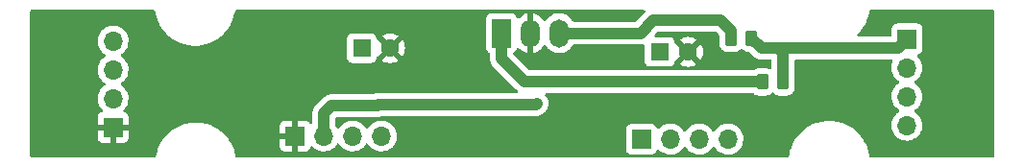
<source format=gbr>
%TF.GenerationSoftware,KiCad,Pcbnew,6.0.2+dfsg-1*%
%TF.CreationDate,2022-06-15T15:21:31+02:00*%
%TF.ProjectId,single_din_bottom,73696e67-6c65-45f6-9469-6e5f626f7474,rev?*%
%TF.SameCoordinates,Original*%
%TF.FileFunction,Copper,L2,Bot*%
%TF.FilePolarity,Positive*%
%FSLAX46Y46*%
G04 Gerber Fmt 4.6, Leading zero omitted, Abs format (unit mm)*
G04 Created by KiCad (PCBNEW 6.0.2+dfsg-1) date 2022-06-15 15:21:31*
%MOMM*%
%LPD*%
G01*
G04 APERTURE LIST*
G04 Aperture macros list*
%AMRoundRect*
0 Rectangle with rounded corners*
0 $1 Rounding radius*
0 $2 $3 $4 $5 $6 $7 $8 $9 X,Y pos of 4 corners*
0 Add a 4 corners polygon primitive as box body*
4,1,4,$2,$3,$4,$5,$6,$7,$8,$9,$2,$3,0*
0 Add four circle primitives for the rounded corners*
1,1,$1+$1,$2,$3*
1,1,$1+$1,$4,$5*
1,1,$1+$1,$6,$7*
1,1,$1+$1,$8,$9*
0 Add four rect primitives between the rounded corners*
20,1,$1+$1,$2,$3,$4,$5,0*
20,1,$1+$1,$4,$5,$6,$7,0*
20,1,$1+$1,$6,$7,$8,$9,0*
20,1,$1+$1,$8,$9,$2,$3,0*%
G04 Aperture macros list end*
%TA.AperFunction,ComponentPad*%
%ADD10O,1.700000X1.700000*%
%TD*%
%TA.AperFunction,ComponentPad*%
%ADD11R,1.700000X1.700000*%
%TD*%
%TA.AperFunction,SMDPad,CuDef*%
%ADD12RoundRect,0.249999X0.262501X0.450001X-0.262501X0.450001X-0.262501X-0.450001X0.262501X-0.450001X0*%
%TD*%
%TA.AperFunction,ComponentPad*%
%ADD13O,1.700000X2.500000*%
%TD*%
%TA.AperFunction,ComponentPad*%
%ADD14R,1.700000X2.500000*%
%TD*%
%TA.AperFunction,ComponentPad*%
%ADD15C,1.600000*%
%TD*%
%TA.AperFunction,ComponentPad*%
%ADD16R,1.600000X1.600000*%
%TD*%
%TA.AperFunction,ViaPad*%
%ADD17C,0.800000*%
%TD*%
%TA.AperFunction,Conductor*%
%ADD18C,1.000000*%
%TD*%
G04 APERTURE END LIST*
D10*
%TO.P,J2,4*%
%TO.N,/IO4*%
X107797600Y-176682400D03*
%TO.P,J2,3*%
%TO.N,/IO3*%
X107797600Y-174142400D03*
%TO.P,J2,2*%
%TO.N,/IO2*%
X107797600Y-171602400D03*
D11*
%TO.P,J2,1*%
%TO.N,/IO1*%
X107797600Y-169062400D03*
%TD*%
D10*
%TO.P,J1,4*%
%TO.N,/Vin*%
X37820600Y-169240200D03*
%TO.P,J1,3*%
%TO.N,Net-(J1-Pad3)*%
X37820600Y-171780200D03*
%TO.P,J1,2*%
%TO.N,Net-(J1-Pad2)*%
X37820600Y-174320200D03*
D11*
%TO.P,J1,1*%
%TO.N,GND*%
X37820600Y-176860200D03*
%TD*%
D10*
%TO.P,J4,4*%
%TO.N,/IO4*%
X92011500Y-177901600D03*
%TO.P,J4,3*%
%TO.N,/IO3*%
X89471500Y-177901600D03*
%TO.P,J4,2*%
%TO.N,/IO2*%
X86931500Y-177901600D03*
D11*
%TO.P,J4,1*%
%TO.N,/IO1*%
X84391500Y-177901600D03*
%TD*%
D12*
%TO.P,R2,2*%
%TO.N,/Vin*%
X95061400Y-172859700D03*
%TO.P,R2,1*%
%TO.N,/IO1*%
X96886400Y-172859700D03*
%TD*%
%TO.P,R1,2*%
%TO.N,/Vout*%
X92280100Y-169011600D03*
%TO.P,R1,1*%
%TO.N,/IO1*%
X94105100Y-169011600D03*
%TD*%
D13*
%TO.P,U1,3*%
%TO.N,/Vout*%
X77139800Y-168554400D03*
%TO.P,U1,2*%
%TO.N,GND*%
X74599800Y-168554400D03*
D14*
%TO.P,U1,1*%
%TO.N,/Vin*%
X72059800Y-168554400D03*
%TD*%
D10*
%TO.P,J3,4*%
%TO.N,Net-(J1-Pad2)*%
X61480700Y-177622200D03*
%TO.P,J3,3*%
%TO.N,Net-(J1-Pad3)*%
X58940700Y-177622200D03*
%TO.P,J3,2*%
%TO.N,/Vout*%
X56400700Y-177622200D03*
D11*
%TO.P,J3,1*%
%TO.N,GND*%
X53860700Y-177622200D03*
%TD*%
D15*
%TO.P,C2,2*%
%TO.N,GND*%
X88504400Y-170205400D03*
D16*
%TO.P,C2,1*%
%TO.N,/Vout*%
X86004400Y-170205400D03*
%TD*%
D15*
%TO.P,C1,2*%
%TO.N,GND*%
X62240800Y-169875200D03*
D16*
%TO.P,C1,1*%
%TO.N,/Vin*%
X59740800Y-169875200D03*
%TD*%
D17*
%TO.N,GND*%
X112344200Y-177546000D03*
X52311300Y-167500300D03*
%TO.N,/Vout*%
X75184000Y-174752000D03*
%TD*%
D18*
%TO.N,/Vin*%
X72059800Y-170804400D02*
X72059800Y-168554400D01*
X74115100Y-172859700D02*
X72059800Y-170804400D01*
X95061400Y-172859700D02*
X74115100Y-172859700D01*
%TO.N,/Vout*%
X56400700Y-177622200D02*
X56400700Y-175641000D01*
X56400700Y-175641000D02*
X57099200Y-174942500D01*
X61095002Y-174942500D02*
X61183902Y-174853600D01*
X57099200Y-174942500D02*
X61095002Y-174942500D01*
X75082400Y-174853600D02*
X75184000Y-174752000D01*
X61183902Y-174853600D02*
X75082400Y-174853600D01*
X92280100Y-168315000D02*
X92280100Y-169011600D01*
X91389200Y-167424100D02*
X92280100Y-168315000D01*
X85420200Y-167424100D02*
X91389200Y-167424100D01*
X84289900Y-168554400D02*
X85420200Y-167424100D01*
X77139800Y-168554400D02*
X84289900Y-168554400D01*
%TO.N,/IO1*%
X94960152Y-169866652D02*
X94105100Y-169011600D01*
X107797600Y-169062400D02*
X106993348Y-169866652D01*
X96886400Y-170326104D02*
X96426948Y-169866652D01*
X96886400Y-172859700D02*
X96886400Y-170326104D01*
X96426948Y-169866652D02*
X94960152Y-169866652D01*
X106993348Y-169866652D02*
X96426948Y-169866652D01*
%TD*%
%TA.AperFunction,Conductor*%
%TO.N,GND*%
G36*
X41468851Y-166528002D02*
G01*
X41515344Y-166581658D01*
X41525795Y-166618676D01*
X41533247Y-166679492D01*
X41538069Y-166718851D01*
X41538795Y-166722016D01*
X41538796Y-166722023D01*
X41568287Y-166850633D01*
X41620433Y-167078043D01*
X41739464Y-167426805D01*
X41893887Y-167761405D01*
X41895548Y-167764201D01*
X41895549Y-167764204D01*
X41944225Y-167846171D01*
X42082051Y-168078261D01*
X42301941Y-168373983D01*
X42304152Y-168376390D01*
X42304154Y-168376393D01*
X42529188Y-168621433D01*
X42551205Y-168645407D01*
X42592335Y-168681805D01*
X42791144Y-168857741D01*
X42827175Y-168889627D01*
X43126898Y-169104032D01*
X43447167Y-169286326D01*
X43450160Y-169287641D01*
X43781567Y-169433247D01*
X43781573Y-169433249D01*
X43784554Y-169434559D01*
X44135450Y-169547144D01*
X44138639Y-169547814D01*
X44138644Y-169547815D01*
X44492916Y-169622209D01*
X44492923Y-169622210D01*
X44496099Y-169622877D01*
X44862643Y-169660947D01*
X45231157Y-169660947D01*
X45597701Y-169622877D01*
X45600877Y-169622210D01*
X45600884Y-169622209D01*
X45955156Y-169547815D01*
X45955161Y-169547814D01*
X45958350Y-169547144D01*
X46309246Y-169434559D01*
X46312227Y-169433249D01*
X46312233Y-169433247D01*
X46643640Y-169287641D01*
X46646633Y-169286326D01*
X46966902Y-169104032D01*
X47266625Y-168889627D01*
X47302657Y-168857741D01*
X47501465Y-168681805D01*
X47542595Y-168645407D01*
X47564612Y-168621433D01*
X47789646Y-168376393D01*
X47789648Y-168376390D01*
X47791859Y-168373983D01*
X48011749Y-168078261D01*
X48149575Y-167846171D01*
X48198251Y-167764204D01*
X48198252Y-167764201D01*
X48199913Y-167761405D01*
X48354336Y-167426805D01*
X48473367Y-167078043D01*
X48525513Y-166850633D01*
X48555004Y-166722023D01*
X48555005Y-166722016D01*
X48555731Y-166718851D01*
X48567797Y-166620376D01*
X48595934Y-166555194D01*
X48654845Y-166515572D01*
X48692861Y-166509700D01*
X84599969Y-166509700D01*
X84668090Y-166529702D01*
X84714583Y-166583358D01*
X84724687Y-166653632D01*
X84697053Y-166716016D01*
X84676902Y-166740374D01*
X84668913Y-166749153D01*
X83909071Y-167508995D01*
X83846759Y-167543021D01*
X83819976Y-167545900D01*
X78434920Y-167545900D01*
X78366799Y-167525898D01*
X78330400Y-167490267D01*
X78254835Y-167378027D01*
X78202359Y-167300081D01*
X78160562Y-167256266D01*
X78118503Y-167212178D01*
X78043224Y-167133265D01*
X77858258Y-166995646D01*
X77853507Y-166993230D01*
X77853503Y-166993228D01*
X77755504Y-166943403D01*
X77652749Y-166891160D01*
X77647655Y-166889578D01*
X77647652Y-166889577D01*
X77437671Y-166824376D01*
X77432573Y-166822793D01*
X77427284Y-166822092D01*
X77209311Y-166793202D01*
X77209306Y-166793202D01*
X77204026Y-166792502D01*
X77198697Y-166792702D01*
X77198695Y-166792702D01*
X77103684Y-166796269D01*
X76973642Y-166801151D01*
X76748009Y-166848493D01*
X76743050Y-166850451D01*
X76743048Y-166850452D01*
X76538544Y-166931215D01*
X76538542Y-166931216D01*
X76533579Y-166933176D01*
X76529020Y-166935943D01*
X76529017Y-166935944D01*
X76433913Y-166993655D01*
X76336483Y-167052777D01*
X76332453Y-167056274D01*
X76177838Y-167190442D01*
X76162355Y-167203877D01*
X76128284Y-167245430D01*
X76019560Y-167378027D01*
X76019556Y-167378033D01*
X76016176Y-167382155D01*
X75989071Y-167429773D01*
X75979647Y-167446328D01*
X75928565Y-167495634D01*
X75858935Y-167509496D01*
X75792864Y-167483513D01*
X75765625Y-167454363D01*
X75664950Y-167304825D01*
X75658281Y-167296530D01*
X75506572Y-167137500D01*
X75498614Y-167130459D01*
X75322275Y-166999259D01*
X75313238Y-166993655D01*
X75117316Y-166894043D01*
X75107465Y-166890043D01*
X74897560Y-166824866D01*
X74887176Y-166822583D01*
X74871757Y-166820539D01*
X74857593Y-166822735D01*
X74853800Y-166835922D01*
X74853800Y-170270592D01*
X74857773Y-170284123D01*
X74868380Y-170285648D01*
X74986221Y-170260923D01*
X74996417Y-170257863D01*
X75200829Y-170177137D01*
X75210361Y-170172406D01*
X75398262Y-170058384D01*
X75406852Y-170052120D01*
X75572852Y-169908073D01*
X75580272Y-169900442D01*
X75719626Y-169730489D01*
X75725650Y-169721722D01*
X75759365Y-169662494D01*
X75810447Y-169613188D01*
X75880077Y-169599326D01*
X75946148Y-169625309D01*
X75973387Y-169654459D01*
X76077241Y-169808719D01*
X76080920Y-169812576D01*
X76080922Y-169812578D01*
X76119175Y-169852677D01*
X76236376Y-169975535D01*
X76421342Y-170113154D01*
X76426093Y-170115570D01*
X76426097Y-170115572D01*
X76505651Y-170156019D01*
X76626851Y-170217640D01*
X76631945Y-170219222D01*
X76631948Y-170219223D01*
X76790584Y-170268481D01*
X76847027Y-170286007D01*
X76852316Y-170286708D01*
X77070289Y-170315598D01*
X77070294Y-170315598D01*
X77075574Y-170316298D01*
X77080903Y-170316098D01*
X77080905Y-170316098D01*
X77190766Y-170311973D01*
X77305958Y-170307649D01*
X77531591Y-170260307D01*
X77536550Y-170258349D01*
X77536552Y-170258348D01*
X77741056Y-170177585D01*
X77741058Y-170177584D01*
X77746021Y-170175624D01*
X77751325Y-170172406D01*
X77938557Y-170058790D01*
X77938556Y-170058790D01*
X77943117Y-170056023D01*
X77958474Y-170042697D01*
X78113212Y-169908423D01*
X78113214Y-169908421D01*
X78117245Y-169904923D01*
X78175908Y-169833378D01*
X78260040Y-169730773D01*
X78260044Y-169730767D01*
X78263424Y-169726645D01*
X78320391Y-169626568D01*
X78371473Y-169577262D01*
X78429893Y-169562900D01*
X84228057Y-169562900D01*
X84241664Y-169563637D01*
X84273162Y-169567059D01*
X84273167Y-169567059D01*
X84279288Y-169567724D01*
X84305538Y-169565427D01*
X84329288Y-169563350D01*
X84334114Y-169563021D01*
X84336586Y-169562900D01*
X84339669Y-169562900D01*
X84351638Y-169561726D01*
X84382406Y-169558710D01*
X84383719Y-169558588D01*
X84427984Y-169554715D01*
X84476313Y-169550487D01*
X84481432Y-169549000D01*
X84486733Y-169548480D01*
X84533485Y-169534365D01*
X84604478Y-169533825D01*
X84664494Y-169571754D01*
X84694478Y-169636109D01*
X84695900Y-169654988D01*
X84695900Y-171053534D01*
X84702655Y-171115716D01*
X84753785Y-171252105D01*
X84841139Y-171368661D01*
X84957695Y-171456015D01*
X85094084Y-171507145D01*
X85156266Y-171513900D01*
X86852534Y-171513900D01*
X86914716Y-171507145D01*
X87051105Y-171456015D01*
X87167661Y-171368661D01*
X87225519Y-171291462D01*
X87782893Y-171291462D01*
X87792189Y-171303477D01*
X87843394Y-171339331D01*
X87852889Y-171344814D01*
X88050347Y-171436890D01*
X88060639Y-171440636D01*
X88271088Y-171497025D01*
X88281881Y-171498928D01*
X88498925Y-171517917D01*
X88509875Y-171517917D01*
X88726919Y-171498928D01*
X88737712Y-171497025D01*
X88948161Y-171440636D01*
X88958453Y-171436890D01*
X89155911Y-171344814D01*
X89165406Y-171339331D01*
X89217448Y-171302891D01*
X89225824Y-171292412D01*
X89218756Y-171278966D01*
X88517212Y-170577422D01*
X88503268Y-170569808D01*
X88501435Y-170569939D01*
X88494820Y-170574190D01*
X87789323Y-171279687D01*
X87782893Y-171291462D01*
X87225519Y-171291462D01*
X87255015Y-171252105D01*
X87306145Y-171115716D01*
X87312900Y-171053534D01*
X87312900Y-171050215D01*
X87336553Y-170983290D01*
X87382556Y-170947596D01*
X87381541Y-170945666D01*
X87392400Y-170939958D01*
X87392645Y-170939768D01*
X87392803Y-170939747D01*
X87430834Y-170919756D01*
X88132378Y-170218212D01*
X88138756Y-170206532D01*
X88868808Y-170206532D01*
X88868939Y-170208365D01*
X88873190Y-170214980D01*
X89578687Y-170920477D01*
X89590462Y-170926907D01*
X89602477Y-170917611D01*
X89638331Y-170866406D01*
X89643814Y-170856911D01*
X89735890Y-170659453D01*
X89739636Y-170649161D01*
X89796025Y-170438712D01*
X89797928Y-170427919D01*
X89816917Y-170210875D01*
X89816917Y-170199925D01*
X89797928Y-169982881D01*
X89796025Y-169972088D01*
X89739636Y-169761639D01*
X89735890Y-169751347D01*
X89643814Y-169553889D01*
X89638331Y-169544394D01*
X89601891Y-169492352D01*
X89591412Y-169483976D01*
X89577966Y-169491044D01*
X88876422Y-170192588D01*
X88868808Y-170206532D01*
X88138756Y-170206532D01*
X88139992Y-170204268D01*
X88139861Y-170202435D01*
X88135610Y-170195820D01*
X87430113Y-169490323D01*
X87388371Y-169467529D01*
X87378371Y-169465353D01*
X87328173Y-169415147D01*
X87312949Y-169361586D01*
X87312900Y-169360681D01*
X87312900Y-169357266D01*
X87306145Y-169295084D01*
X87255015Y-169158695D01*
X87224807Y-169118388D01*
X87782976Y-169118388D01*
X87790044Y-169131834D01*
X88491588Y-169833378D01*
X88505532Y-169840992D01*
X88507365Y-169840861D01*
X88513980Y-169836610D01*
X89219477Y-169131113D01*
X89225907Y-169119338D01*
X89216611Y-169107323D01*
X89165406Y-169071469D01*
X89155911Y-169065986D01*
X88958453Y-168973910D01*
X88948161Y-168970164D01*
X88737712Y-168913775D01*
X88726919Y-168911872D01*
X88509875Y-168892883D01*
X88498925Y-168892883D01*
X88281881Y-168911872D01*
X88271088Y-168913775D01*
X88060639Y-168970164D01*
X88050347Y-168973910D01*
X87852889Y-169065986D01*
X87843394Y-169071469D01*
X87791352Y-169107909D01*
X87782976Y-169118388D01*
X87224807Y-169118388D01*
X87167661Y-169042139D01*
X87051105Y-168954785D01*
X86914716Y-168903655D01*
X86852534Y-168896900D01*
X85677826Y-168896900D01*
X85609705Y-168876898D01*
X85563212Y-168823242D01*
X85553108Y-168752968D01*
X85582602Y-168688388D01*
X85588730Y-168681805D01*
X85801029Y-168469505D01*
X85863341Y-168435480D01*
X85890125Y-168432600D01*
X90919275Y-168432600D01*
X90987396Y-168452602D01*
X91008370Y-168469505D01*
X91222195Y-168683330D01*
X91256221Y-168745642D01*
X91259100Y-168772425D01*
X91259101Y-169151509D01*
X91259101Y-169512000D01*
X91270074Y-169617767D01*
X91272258Y-169624313D01*
X91309873Y-169737057D01*
X91326050Y-169785546D01*
X91419121Y-169935949D01*
X91424303Y-169941122D01*
X91456730Y-169973492D01*
X91544297Y-170060906D01*
X91694861Y-170153715D01*
X91760915Y-170175624D01*
X91856210Y-170207232D01*
X91856212Y-170207232D01*
X91862738Y-170209397D01*
X91869574Y-170210097D01*
X91869577Y-170210098D01*
X91909010Y-170214138D01*
X91967199Y-170220100D01*
X92277687Y-170220100D01*
X92593000Y-170220099D01*
X92698767Y-170209126D01*
X92806923Y-170173042D01*
X92859602Y-170155467D01*
X92859604Y-170155466D01*
X92866546Y-170153150D01*
X93016949Y-170060079D01*
X93103386Y-169973490D01*
X93165666Y-169939412D01*
X93236486Y-169944415D01*
X93281571Y-169973333D01*
X93369297Y-170060906D01*
X93519861Y-170153715D01*
X93585915Y-170175624D01*
X93681210Y-170207232D01*
X93681212Y-170207232D01*
X93687738Y-170209397D01*
X93694574Y-170210097D01*
X93694577Y-170210098D01*
X93734010Y-170214138D01*
X93792199Y-170220100D01*
X93835174Y-170220100D01*
X93903295Y-170240102D01*
X93924269Y-170257004D01*
X94203301Y-170536035D01*
X94212403Y-170546179D01*
X94231507Y-170569939D01*
X94236120Y-170575677D01*
X94271603Y-170605451D01*
X94274573Y-170607943D01*
X94278221Y-170611124D01*
X94280033Y-170612767D01*
X94282227Y-170614961D01*
X94315501Y-170642294D01*
X94316299Y-170642956D01*
X94387626Y-170702806D01*
X94392296Y-170705374D01*
X94396413Y-170708755D01*
X94454297Y-170739792D01*
X94478238Y-170752629D01*
X94479397Y-170753258D01*
X94555533Y-170795114D01*
X94555541Y-170795117D01*
X94560939Y-170798085D01*
X94566021Y-170799697D01*
X94570715Y-170802214D01*
X94659683Y-170829414D01*
X94660711Y-170829734D01*
X94749458Y-170857887D01*
X94754754Y-170858481D01*
X94759850Y-170860039D01*
X94852409Y-170869442D01*
X94853545Y-170869563D01*
X94887160Y-170873333D01*
X94899882Y-170874760D01*
X94899886Y-170874760D01*
X94903379Y-170875152D01*
X94906906Y-170875152D01*
X94907891Y-170875207D01*
X94913571Y-170875654D01*
X94942977Y-170878641D01*
X94950489Y-170879404D01*
X94950491Y-170879404D01*
X94956614Y-170880026D01*
X95002260Y-170875711D01*
X95014119Y-170875152D01*
X95751900Y-170875152D01*
X95820021Y-170895154D01*
X95866514Y-170948810D01*
X95877900Y-171001152D01*
X95877900Y-171634454D01*
X95857898Y-171702575D01*
X95804242Y-171749068D01*
X95733968Y-171759172D01*
X95685785Y-171741714D01*
X95652873Y-171721427D01*
X95652868Y-171721425D01*
X95646639Y-171717585D01*
X95566896Y-171691136D01*
X95485290Y-171664068D01*
X95485288Y-171664068D01*
X95478762Y-171661903D01*
X95471926Y-171661203D01*
X95471923Y-171661202D01*
X95428870Y-171656791D01*
X95374301Y-171651200D01*
X95063813Y-171651200D01*
X94748500Y-171651201D01*
X94642733Y-171662174D01*
X94636186Y-171664358D01*
X94636187Y-171664358D01*
X94481898Y-171715833D01*
X94481896Y-171715834D01*
X94474954Y-171718150D01*
X94324551Y-171811221D01*
X94319378Y-171816404D01*
X94313644Y-171820948D01*
X94312318Y-171819276D01*
X94259273Y-171848298D01*
X94232387Y-171851200D01*
X74585025Y-171851200D01*
X74516904Y-171831198D01*
X74495930Y-171814295D01*
X73817675Y-171136040D01*
X73132374Y-170450740D01*
X73098349Y-170388428D01*
X73103413Y-170317613D01*
X73145960Y-170260777D01*
X73152695Y-170256443D01*
X73156505Y-170255015D01*
X73177063Y-170239608D01*
X73265881Y-170173042D01*
X73273061Y-170167661D01*
X73360415Y-170051105D01*
X73389511Y-169973492D01*
X73405220Y-169931589D01*
X73447862Y-169874825D01*
X73514423Y-169850125D01*
X73583772Y-169865333D01*
X73614372Y-169888847D01*
X73693034Y-169971306D01*
X73700986Y-169978341D01*
X73877325Y-170109541D01*
X73886362Y-170115145D01*
X74082284Y-170214757D01*
X74092135Y-170218757D01*
X74302040Y-170283934D01*
X74312424Y-170286217D01*
X74327843Y-170288261D01*
X74342007Y-170286065D01*
X74345800Y-170272878D01*
X74345800Y-166838208D01*
X74341827Y-166824677D01*
X74331220Y-166823152D01*
X74213379Y-166847877D01*
X74203183Y-166850937D01*
X73998771Y-166931663D01*
X73989239Y-166936394D01*
X73801338Y-167050416D01*
X73792748Y-167056680D01*
X73626748Y-167200727D01*
X73619333Y-167208353D01*
X73619067Y-167208677D01*
X73618920Y-167208777D01*
X73615613Y-167212178D01*
X73614920Y-167211504D01*
X73560408Y-167248673D01*
X73489438Y-167250607D01*
X73428688Y-167213865D01*
X73403648Y-167173018D01*
X73363568Y-167066105D01*
X73363567Y-167066103D01*
X73360415Y-167057695D01*
X73273061Y-166941139D01*
X73156505Y-166853785D01*
X73020116Y-166802655D01*
X72957934Y-166795900D01*
X71161666Y-166795900D01*
X71099484Y-166802655D01*
X70963095Y-166853785D01*
X70846539Y-166941139D01*
X70759185Y-167057695D01*
X70708055Y-167194084D01*
X70701300Y-167256266D01*
X70701300Y-169852534D01*
X70708055Y-169914716D01*
X70759185Y-170051105D01*
X70846539Y-170167661D01*
X70963095Y-170255015D01*
X70971504Y-170258167D01*
X70979375Y-170262477D01*
X70978464Y-170264141D01*
X71026290Y-170300063D01*
X71050993Y-170366624D01*
X71051300Y-170375409D01*
X71051300Y-170742557D01*
X71050563Y-170756164D01*
X71047206Y-170787070D01*
X71046476Y-170793788D01*
X71047013Y-170799923D01*
X71050850Y-170843788D01*
X71051179Y-170848614D01*
X71051300Y-170851086D01*
X71051300Y-170854169D01*
X71051601Y-170857237D01*
X71055490Y-170896906D01*
X71055612Y-170898219D01*
X71057722Y-170922338D01*
X71063713Y-170990813D01*
X71065200Y-170995932D01*
X71065720Y-171001233D01*
X71092570Y-171090166D01*
X71092915Y-171091329D01*
X71118891Y-171180736D01*
X71121344Y-171185468D01*
X71122884Y-171190569D01*
X71125778Y-171196012D01*
X71166531Y-171272660D01*
X71167143Y-171273826D01*
X71201913Y-171340902D01*
X71209908Y-171356326D01*
X71213231Y-171360489D01*
X71215734Y-171365196D01*
X71274555Y-171437318D01*
X71275246Y-171438174D01*
X71306538Y-171477373D01*
X71309042Y-171479877D01*
X71309684Y-171480595D01*
X71313385Y-171484928D01*
X71340735Y-171518462D01*
X71345482Y-171522389D01*
X71345484Y-171522391D01*
X71376062Y-171547687D01*
X71384842Y-171555677D01*
X73358245Y-173529079D01*
X73367347Y-173539222D01*
X73391068Y-173568725D01*
X73395796Y-173572692D01*
X73429521Y-173600991D01*
X73433169Y-173604172D01*
X73434981Y-173605815D01*
X73437175Y-173608009D01*
X73453889Y-173621738D01*
X73493830Y-173680433D01*
X73495698Y-173751405D01*
X73458900Y-173812120D01*
X73395117Y-173843302D01*
X73373910Y-173845100D01*
X61245752Y-173845100D01*
X61232144Y-173844363D01*
X61231564Y-173844300D01*
X61194514Y-173840275D01*
X61144472Y-173844653D01*
X61139690Y-173844979D01*
X61137212Y-173845100D01*
X61134133Y-173845100D01*
X61131079Y-173845399D01*
X61131068Y-173845400D01*
X61091431Y-173849287D01*
X61090117Y-173849409D01*
X61054590Y-173852517D01*
X60997489Y-173857513D01*
X60992370Y-173859000D01*
X60987069Y-173859520D01*
X60898068Y-173886391D01*
X60896935Y-173886726D01*
X60813488Y-173910970D01*
X60813484Y-173910972D01*
X60807566Y-173912691D01*
X60802834Y-173915144D01*
X60797733Y-173916684D01*
X60792299Y-173919574D01*
X60786596Y-173921924D01*
X60786185Y-173920927D01*
X60733750Y-173934000D01*
X57161042Y-173934000D01*
X57147435Y-173933263D01*
X57115937Y-173929841D01*
X57115932Y-173929841D01*
X57109811Y-173929176D01*
X57091811Y-173930751D01*
X57059809Y-173933550D01*
X57054984Y-173933879D01*
X57052513Y-173934000D01*
X57049431Y-173934000D01*
X57026963Y-173936203D01*
X57006689Y-173938191D01*
X57005374Y-173938313D01*
X56973113Y-173941136D01*
X56912787Y-173946413D01*
X56907668Y-173947900D01*
X56902367Y-173948420D01*
X56813366Y-173975291D01*
X56812233Y-173975626D01*
X56728786Y-173999870D01*
X56728782Y-173999872D01*
X56722864Y-174001591D01*
X56718132Y-174004044D01*
X56713031Y-174005584D01*
X56707588Y-174008478D01*
X56630940Y-174049231D01*
X56629774Y-174049843D01*
X56594363Y-174068199D01*
X56547274Y-174092608D01*
X56543111Y-174095931D01*
X56538404Y-174098434D01*
X56466282Y-174157255D01*
X56465426Y-174157946D01*
X56426227Y-174189238D01*
X56423723Y-174191742D01*
X56423005Y-174192384D01*
X56418672Y-174196085D01*
X56385138Y-174223435D01*
X56355909Y-174258767D01*
X56347928Y-174267537D01*
X55731317Y-174884149D01*
X55721173Y-174893251D01*
X55691675Y-174916968D01*
X55676699Y-174934816D01*
X55659409Y-174955421D01*
X55656228Y-174959069D01*
X55654585Y-174960881D01*
X55652391Y-174963075D01*
X55625058Y-174996349D01*
X55624396Y-174997147D01*
X55564546Y-175068474D01*
X55561978Y-175073144D01*
X55558597Y-175077261D01*
X55539739Y-175112431D01*
X55514723Y-175159086D01*
X55514094Y-175160245D01*
X55472238Y-175236381D01*
X55472235Y-175236389D01*
X55469267Y-175241787D01*
X55467655Y-175246869D01*
X55465138Y-175251563D01*
X55437938Y-175340531D01*
X55437618Y-175341559D01*
X55409465Y-175430306D01*
X55408871Y-175435602D01*
X55407313Y-175440698D01*
X55398353Y-175528907D01*
X55397918Y-175533187D01*
X55397789Y-175534393D01*
X55392200Y-175584227D01*
X55392200Y-175587754D01*
X55392145Y-175588739D01*
X55391698Y-175594419D01*
X55387326Y-175637462D01*
X55390097Y-175666773D01*
X55391641Y-175683109D01*
X55392200Y-175694967D01*
X55392200Y-176458396D01*
X55372198Y-176526517D01*
X55318542Y-176573010D01*
X55248268Y-176583114D01*
X55183688Y-176553620D01*
X55161072Y-176525588D01*
X55160872Y-176525738D01*
X55156679Y-176520143D01*
X55155680Y-176518905D01*
X55155488Y-176518554D01*
X55078985Y-176416476D01*
X55066424Y-176403915D01*
X54964349Y-176327414D01*
X54948754Y-176318876D01*
X54828306Y-176273722D01*
X54813051Y-176270095D01*
X54762186Y-176264569D01*
X54755372Y-176264200D01*
X54132815Y-176264200D01*
X54117576Y-176268675D01*
X54116371Y-176270065D01*
X54114700Y-176277748D01*
X54114700Y-178962084D01*
X54119175Y-178977323D01*
X54120565Y-178978528D01*
X54128248Y-178980199D01*
X54755369Y-178980199D01*
X54762190Y-178979829D01*
X54813052Y-178974305D01*
X54828304Y-178970679D01*
X54948754Y-178925524D01*
X54964349Y-178916986D01*
X55066424Y-178840485D01*
X55078985Y-178827924D01*
X55155486Y-178725849D01*
X55164024Y-178710254D01*
X55204925Y-178601152D01*
X55247567Y-178544388D01*
X55314128Y-178519688D01*
X55383477Y-178534896D01*
X55418144Y-178562884D01*
X55443565Y-178592231D01*
X55443569Y-178592235D01*
X55446950Y-178596138D01*
X55618826Y-178738832D01*
X55811700Y-178851538D01*
X56020392Y-178931230D01*
X56025460Y-178932261D01*
X56025463Y-178932262D01*
X56130869Y-178953707D01*
X56239297Y-178975767D01*
X56244472Y-178975957D01*
X56244474Y-178975957D01*
X56457373Y-178983764D01*
X56457377Y-178983764D01*
X56462537Y-178983953D01*
X56467657Y-178983297D01*
X56467659Y-178983297D01*
X56678988Y-178956225D01*
X56678989Y-178956225D01*
X56684116Y-178955568D01*
X56738910Y-178939129D01*
X56893129Y-178892861D01*
X56893134Y-178892859D01*
X56898084Y-178891374D01*
X57098694Y-178793096D01*
X57280560Y-178663373D01*
X57314207Y-178629844D01*
X57393869Y-178550459D01*
X57438796Y-178505689D01*
X57569153Y-178324277D01*
X57570476Y-178325228D01*
X57617345Y-178282057D01*
X57687280Y-178269825D01*
X57752726Y-178297344D01*
X57780575Y-178329194D01*
X57840687Y-178427288D01*
X57986950Y-178596138D01*
X58158826Y-178738832D01*
X58351700Y-178851538D01*
X58560392Y-178931230D01*
X58565460Y-178932261D01*
X58565463Y-178932262D01*
X58670869Y-178953707D01*
X58779297Y-178975767D01*
X58784472Y-178975957D01*
X58784474Y-178975957D01*
X58997373Y-178983764D01*
X58997377Y-178983764D01*
X59002537Y-178983953D01*
X59007657Y-178983297D01*
X59007659Y-178983297D01*
X59218988Y-178956225D01*
X59218989Y-178956225D01*
X59224116Y-178955568D01*
X59278910Y-178939129D01*
X59433129Y-178892861D01*
X59433134Y-178892859D01*
X59438084Y-178891374D01*
X59638694Y-178793096D01*
X59820560Y-178663373D01*
X59854207Y-178629844D01*
X59933869Y-178550459D01*
X59978796Y-178505689D01*
X60109153Y-178324277D01*
X60110476Y-178325228D01*
X60157345Y-178282057D01*
X60227280Y-178269825D01*
X60292726Y-178297344D01*
X60320575Y-178329194D01*
X60380687Y-178427288D01*
X60526950Y-178596138D01*
X60698826Y-178738832D01*
X60891700Y-178851538D01*
X61100392Y-178931230D01*
X61105460Y-178932261D01*
X61105463Y-178932262D01*
X61210869Y-178953707D01*
X61319297Y-178975767D01*
X61324472Y-178975957D01*
X61324474Y-178975957D01*
X61537373Y-178983764D01*
X61537377Y-178983764D01*
X61542537Y-178983953D01*
X61547657Y-178983297D01*
X61547659Y-178983297D01*
X61758988Y-178956225D01*
X61758989Y-178956225D01*
X61764116Y-178955568D01*
X61818910Y-178939129D01*
X61973129Y-178892861D01*
X61973134Y-178892859D01*
X61978084Y-178891374D01*
X62165144Y-178799734D01*
X83033000Y-178799734D01*
X83039755Y-178861916D01*
X83090885Y-178998305D01*
X83178239Y-179114861D01*
X83294795Y-179202215D01*
X83431184Y-179253345D01*
X83493366Y-179260100D01*
X85289634Y-179260100D01*
X85351816Y-179253345D01*
X85488205Y-179202215D01*
X85604761Y-179114861D01*
X85692115Y-178998305D01*
X85706236Y-178960637D01*
X85736098Y-178880982D01*
X85778740Y-178824218D01*
X85845302Y-178799518D01*
X85914650Y-178814726D01*
X85949317Y-178842714D01*
X85977750Y-178875538D01*
X86149626Y-179018232D01*
X86342500Y-179130938D01*
X86551192Y-179210630D01*
X86556260Y-179211661D01*
X86556263Y-179211662D01*
X86663517Y-179233483D01*
X86770097Y-179255167D01*
X86775272Y-179255357D01*
X86775274Y-179255357D01*
X86971411Y-179262549D01*
X86981275Y-179265842D01*
X86993397Y-179263818D01*
X86993337Y-179263353D01*
X87209788Y-179235625D01*
X87209789Y-179235625D01*
X87214916Y-179234968D01*
X87219866Y-179233483D01*
X87423929Y-179172261D01*
X87423934Y-179172259D01*
X87428884Y-179170774D01*
X87629494Y-179072496D01*
X87811360Y-178942773D01*
X87822944Y-178931230D01*
X87902914Y-178851538D01*
X87969596Y-178785089D01*
X88000960Y-178741442D01*
X88099953Y-178603677D01*
X88101276Y-178604628D01*
X88148145Y-178561457D01*
X88218080Y-178549225D01*
X88283526Y-178576744D01*
X88311375Y-178608594D01*
X88371487Y-178706688D01*
X88517750Y-178875538D01*
X88689626Y-179018232D01*
X88882500Y-179130938D01*
X89091192Y-179210630D01*
X89096260Y-179211661D01*
X89096263Y-179211662D01*
X89203517Y-179233483D01*
X89310097Y-179255167D01*
X89315272Y-179255357D01*
X89315274Y-179255357D01*
X89511411Y-179262549D01*
X89521275Y-179265842D01*
X89533397Y-179263818D01*
X89533337Y-179263353D01*
X89749788Y-179235625D01*
X89749789Y-179235625D01*
X89754916Y-179234968D01*
X89759866Y-179233483D01*
X89963929Y-179172261D01*
X89963934Y-179172259D01*
X89968884Y-179170774D01*
X90169494Y-179072496D01*
X90351360Y-178942773D01*
X90362944Y-178931230D01*
X90442914Y-178851538D01*
X90509596Y-178785089D01*
X90540960Y-178741442D01*
X90639953Y-178603677D01*
X90641276Y-178604628D01*
X90688145Y-178561457D01*
X90758080Y-178549225D01*
X90823526Y-178576744D01*
X90851375Y-178608594D01*
X90911487Y-178706688D01*
X91057750Y-178875538D01*
X91229626Y-179018232D01*
X91422500Y-179130938D01*
X91631192Y-179210630D01*
X91636260Y-179211661D01*
X91636263Y-179211662D01*
X91743517Y-179233483D01*
X91850097Y-179255167D01*
X91855272Y-179255357D01*
X91855274Y-179255357D01*
X92051411Y-179262549D01*
X92061275Y-179265842D01*
X92073397Y-179263818D01*
X92073337Y-179263353D01*
X92289788Y-179235625D01*
X92289789Y-179235625D01*
X92294916Y-179234968D01*
X92299866Y-179233483D01*
X92503929Y-179172261D01*
X92503934Y-179172259D01*
X92508884Y-179170774D01*
X92709494Y-179072496D01*
X92891360Y-178942773D01*
X92902944Y-178931230D01*
X92982914Y-178851538D01*
X93049596Y-178785089D01*
X93179953Y-178603677D01*
X93186810Y-178589804D01*
X93276636Y-178408053D01*
X93276637Y-178408051D01*
X93278930Y-178403411D01*
X93343870Y-178189669D01*
X93373029Y-177968190D01*
X93374363Y-177913581D01*
X93374574Y-177904965D01*
X93374574Y-177904961D01*
X93374656Y-177901600D01*
X93356352Y-177678961D01*
X93301931Y-177462302D01*
X93212854Y-177257440D01*
X93149245Y-177159116D01*
X93094322Y-177074217D01*
X93094320Y-177074214D01*
X93091514Y-177069877D01*
X92941170Y-176904651D01*
X92937119Y-176901452D01*
X92937115Y-176901448D01*
X92769914Y-176769400D01*
X92769910Y-176769398D01*
X92765859Y-176766198D01*
X92570289Y-176658238D01*
X92565420Y-176656514D01*
X92565416Y-176656512D01*
X92364587Y-176585395D01*
X92364583Y-176585394D01*
X92359712Y-176583669D01*
X92354619Y-176582762D01*
X92354616Y-176582761D01*
X92144873Y-176545400D01*
X92144867Y-176545399D01*
X92139784Y-176544494D01*
X92065952Y-176543592D01*
X91921581Y-176541828D01*
X91921579Y-176541828D01*
X91916411Y-176541765D01*
X91695591Y-176575555D01*
X91483256Y-176644957D01*
X91285107Y-176748107D01*
X91280974Y-176751210D01*
X91280971Y-176751212D01*
X91110600Y-176879130D01*
X91106465Y-176882235D01*
X91042529Y-176949140D01*
X90995229Y-176998637D01*
X90952129Y-177043738D01*
X90844701Y-177201221D01*
X90789793Y-177246221D01*
X90719268Y-177254392D01*
X90655521Y-177223138D01*
X90634824Y-177198654D01*
X90554322Y-177074217D01*
X90554320Y-177074214D01*
X90551514Y-177069877D01*
X90401170Y-176904651D01*
X90397119Y-176901452D01*
X90397115Y-176901448D01*
X90229914Y-176769400D01*
X90229910Y-176769398D01*
X90225859Y-176766198D01*
X90030289Y-176658238D01*
X90025420Y-176656514D01*
X90025416Y-176656512D01*
X89824587Y-176585395D01*
X89824583Y-176585394D01*
X89819712Y-176583669D01*
X89814619Y-176582762D01*
X89814616Y-176582761D01*
X89604873Y-176545400D01*
X89604867Y-176545399D01*
X89599784Y-176544494D01*
X89525952Y-176543592D01*
X89381581Y-176541828D01*
X89381579Y-176541828D01*
X89376411Y-176541765D01*
X89155591Y-176575555D01*
X88943256Y-176644957D01*
X88745107Y-176748107D01*
X88740974Y-176751210D01*
X88740971Y-176751212D01*
X88570600Y-176879130D01*
X88566465Y-176882235D01*
X88502529Y-176949140D01*
X88455229Y-176998637D01*
X88412129Y-177043738D01*
X88304701Y-177201221D01*
X88249793Y-177246221D01*
X88179268Y-177254392D01*
X88115521Y-177223138D01*
X88094824Y-177198654D01*
X88014322Y-177074217D01*
X88014320Y-177074214D01*
X88011514Y-177069877D01*
X87861170Y-176904651D01*
X87857119Y-176901452D01*
X87857115Y-176901448D01*
X87689914Y-176769400D01*
X87689910Y-176769398D01*
X87685859Y-176766198D01*
X87490289Y-176658238D01*
X87485420Y-176656514D01*
X87485416Y-176656512D01*
X87284587Y-176585395D01*
X87284583Y-176585394D01*
X87279712Y-176583669D01*
X87274619Y-176582762D01*
X87274616Y-176582761D01*
X87064873Y-176545400D01*
X87064867Y-176545399D01*
X87059784Y-176544494D01*
X86985952Y-176543592D01*
X86841581Y-176541828D01*
X86841579Y-176541828D01*
X86836411Y-176541765D01*
X86615591Y-176575555D01*
X86403256Y-176644957D01*
X86205107Y-176748107D01*
X86200974Y-176751210D01*
X86200971Y-176751212D01*
X86030600Y-176879130D01*
X86026465Y-176882235D01*
X85962778Y-176948880D01*
X85945783Y-176966664D01*
X85884259Y-177002094D01*
X85813346Y-176998637D01*
X85755560Y-176957391D01*
X85736707Y-176923843D01*
X85695267Y-176813303D01*
X85692115Y-176804895D01*
X85604761Y-176688339D01*
X85488205Y-176600985D01*
X85351816Y-176549855D01*
X85289634Y-176543100D01*
X83493366Y-176543100D01*
X83431184Y-176549855D01*
X83294795Y-176600985D01*
X83178239Y-176688339D01*
X83090885Y-176804895D01*
X83039755Y-176941284D01*
X83033000Y-177003466D01*
X83033000Y-178799734D01*
X62165144Y-178799734D01*
X62178694Y-178793096D01*
X62360560Y-178663373D01*
X62394207Y-178629844D01*
X62473869Y-178550459D01*
X62518796Y-178505689D01*
X62649153Y-178324277D01*
X62663856Y-178294529D01*
X62745836Y-178128653D01*
X62745837Y-178128651D01*
X62748130Y-178124011D01*
X62794598Y-177971067D01*
X62811565Y-177915223D01*
X62811565Y-177915221D01*
X62813070Y-177910269D01*
X62842229Y-177688790D01*
X62843022Y-177656338D01*
X62843774Y-177625565D01*
X62843774Y-177625561D01*
X62843856Y-177622200D01*
X62825552Y-177399561D01*
X62771131Y-177182902D01*
X62682054Y-176978040D01*
X62573247Y-176809850D01*
X62563522Y-176794817D01*
X62563520Y-176794814D01*
X62560714Y-176790477D01*
X62410370Y-176625251D01*
X62406319Y-176622052D01*
X62406315Y-176622048D01*
X62239114Y-176490000D01*
X62239110Y-176489998D01*
X62235059Y-176486798D01*
X62221035Y-176479056D01*
X62153074Y-176441540D01*
X62039489Y-176378838D01*
X62034620Y-176377114D01*
X62034616Y-176377112D01*
X61833787Y-176305995D01*
X61833783Y-176305994D01*
X61828912Y-176304269D01*
X61823819Y-176303362D01*
X61823816Y-176303361D01*
X61614073Y-176266000D01*
X61614067Y-176265999D01*
X61608984Y-176265094D01*
X61535152Y-176264192D01*
X61390781Y-176262428D01*
X61390779Y-176262428D01*
X61385611Y-176262365D01*
X61164791Y-176296155D01*
X60952456Y-176365557D01*
X60922143Y-176381337D01*
X60772987Y-176458983D01*
X60754307Y-176468707D01*
X60750174Y-176471810D01*
X60750171Y-176471812D01*
X60582327Y-176597833D01*
X60575665Y-176602835D01*
X60572093Y-176606573D01*
X60433873Y-176751212D01*
X60421329Y-176764338D01*
X60313901Y-176921821D01*
X60258993Y-176966821D01*
X60188468Y-176974992D01*
X60124721Y-176943738D01*
X60104024Y-176919254D01*
X60023522Y-176794817D01*
X60023520Y-176794814D01*
X60020714Y-176790477D01*
X59870370Y-176625251D01*
X59866319Y-176622052D01*
X59866315Y-176622048D01*
X59699114Y-176490000D01*
X59699110Y-176489998D01*
X59695059Y-176486798D01*
X59681035Y-176479056D01*
X59613074Y-176441540D01*
X59499489Y-176378838D01*
X59494620Y-176377114D01*
X59494616Y-176377112D01*
X59293787Y-176305995D01*
X59293783Y-176305994D01*
X59288912Y-176304269D01*
X59283819Y-176303362D01*
X59283816Y-176303361D01*
X59074073Y-176266000D01*
X59074067Y-176265999D01*
X59068984Y-176265094D01*
X58995152Y-176264192D01*
X58850781Y-176262428D01*
X58850779Y-176262428D01*
X58845611Y-176262365D01*
X58624791Y-176296155D01*
X58412456Y-176365557D01*
X58382143Y-176381337D01*
X58232987Y-176458983D01*
X58214307Y-176468707D01*
X58210174Y-176471810D01*
X58210171Y-176471812D01*
X58042327Y-176597833D01*
X58035665Y-176602835D01*
X58032093Y-176606573D01*
X57893873Y-176751212D01*
X57881329Y-176764338D01*
X57773901Y-176921821D01*
X57718993Y-176966821D01*
X57648468Y-176974992D01*
X57584721Y-176943738D01*
X57564024Y-176919254D01*
X57483525Y-176794821D01*
X57483520Y-176794815D01*
X57480714Y-176790477D01*
X57477232Y-176786650D01*
X57442006Y-176747937D01*
X57410954Y-176684091D01*
X57409200Y-176663138D01*
X57409200Y-176110926D01*
X57429202Y-176042805D01*
X57446103Y-176021832D01*
X57480028Y-175987906D01*
X57542340Y-175953880D01*
X57569125Y-175951000D01*
X61033159Y-175951000D01*
X61046766Y-175951737D01*
X61078264Y-175955159D01*
X61078269Y-175955159D01*
X61084390Y-175955824D01*
X61110640Y-175953527D01*
X61134390Y-175951450D01*
X61139216Y-175951121D01*
X61141688Y-175951000D01*
X61144771Y-175951000D01*
X61156740Y-175949826D01*
X61187508Y-175946810D01*
X61188821Y-175946688D01*
X61233086Y-175942815D01*
X61281415Y-175938587D01*
X61286534Y-175937100D01*
X61291835Y-175936580D01*
X61380836Y-175909709D01*
X61381969Y-175909374D01*
X61465416Y-175885130D01*
X61465420Y-175885128D01*
X61471338Y-175883409D01*
X61476070Y-175880956D01*
X61481171Y-175879416D01*
X61486605Y-175876526D01*
X61492308Y-175874176D01*
X61492719Y-175875173D01*
X61545154Y-175862100D01*
X75020557Y-175862100D01*
X75034164Y-175862837D01*
X75065662Y-175866259D01*
X75065667Y-175866259D01*
X75071788Y-175866924D01*
X75098038Y-175864627D01*
X75121788Y-175862550D01*
X75126614Y-175862221D01*
X75129086Y-175862100D01*
X75132169Y-175862100D01*
X75144138Y-175860926D01*
X75174906Y-175857910D01*
X75176219Y-175857788D01*
X75220484Y-175853915D01*
X75268813Y-175849687D01*
X75273932Y-175848200D01*
X75279233Y-175847680D01*
X75368234Y-175820809D01*
X75369367Y-175820474D01*
X75452814Y-175796230D01*
X75452818Y-175796228D01*
X75458736Y-175794509D01*
X75463468Y-175792056D01*
X75468569Y-175790516D01*
X75503119Y-175772146D01*
X75550660Y-175746869D01*
X75551826Y-175746257D01*
X75628853Y-175706329D01*
X75634326Y-175703492D01*
X75638489Y-175700169D01*
X75643196Y-175697666D01*
X75715318Y-175638845D01*
X75716174Y-175638154D01*
X75755373Y-175606862D01*
X75757877Y-175604358D01*
X75758595Y-175603716D01*
X75762928Y-175600015D01*
X75796462Y-175572665D01*
X75825695Y-175537329D01*
X75833673Y-175528562D01*
X75930140Y-175432095D01*
X75932309Y-175429925D01*
X76026103Y-175315739D01*
X76086183Y-175203689D01*
X76116649Y-175146870D01*
X76116649Y-175146869D01*
X76119562Y-175141437D01*
X76173365Y-174965458D01*
X76175584Y-174958200D01*
X76175584Y-174958198D01*
X76177387Y-174952302D01*
X76197374Y-174755538D01*
X76178761Y-174558638D01*
X76128521Y-174390108D01*
X76124019Y-174375007D01*
X76124018Y-174375005D01*
X76122259Y-174369104D01*
X76030018Y-174194154D01*
X76000770Y-174158035D01*
X75932310Y-174073495D01*
X75904984Y-174007967D01*
X75917424Y-173938069D01*
X75965678Y-173885992D01*
X76030230Y-173868200D01*
X94232593Y-173868200D01*
X94300714Y-173888202D01*
X94314603Y-173899385D01*
X94314672Y-173899298D01*
X94320417Y-173903835D01*
X94325597Y-173909006D01*
X94331827Y-173912846D01*
X94331828Y-173912847D01*
X94433675Y-173975626D01*
X94476161Y-174001815D01*
X94555904Y-174028264D01*
X94637510Y-174055332D01*
X94637512Y-174055332D01*
X94644038Y-174057497D01*
X94650874Y-174058197D01*
X94650877Y-174058198D01*
X94693930Y-174062609D01*
X94748499Y-174068200D01*
X95058987Y-174068200D01*
X95374300Y-174068199D01*
X95480067Y-174057226D01*
X95530341Y-174040453D01*
X95640902Y-174003567D01*
X95640904Y-174003566D01*
X95647846Y-174001250D01*
X95798249Y-173908179D01*
X95884686Y-173821590D01*
X95946966Y-173787512D01*
X96017786Y-173792515D01*
X96062871Y-173821433D01*
X96150597Y-173909006D01*
X96191145Y-173934000D01*
X96258675Y-173975626D01*
X96301161Y-174001815D01*
X96380904Y-174028264D01*
X96462510Y-174055332D01*
X96462512Y-174055332D01*
X96469038Y-174057497D01*
X96475874Y-174058197D01*
X96475877Y-174058198D01*
X96518930Y-174062609D01*
X96573499Y-174068200D01*
X96883987Y-174068200D01*
X97199300Y-174068199D01*
X97305067Y-174057226D01*
X97355341Y-174040453D01*
X97465902Y-174003567D01*
X97465904Y-174003566D01*
X97472846Y-174001250D01*
X97623249Y-173908179D01*
X97632115Y-173899298D01*
X97708657Y-173822621D01*
X97748206Y-173783003D01*
X97798891Y-173700777D01*
X97837175Y-173638669D01*
X97837176Y-173638667D01*
X97841015Y-173632439D01*
X97896697Y-173464562D01*
X97907400Y-173360101D01*
X97907399Y-172359300D01*
X97896426Y-172253533D01*
X97896706Y-172253504D01*
X97894900Y-172236581D01*
X97894900Y-171001152D01*
X97914902Y-170933031D01*
X97968558Y-170886538D01*
X98020900Y-170875152D01*
X106439976Y-170875152D01*
X106508097Y-170895154D01*
X106554590Y-170948810D01*
X106564694Y-171019084D01*
X106554263Y-171054203D01*
X106520469Y-171127005D01*
X106520466Y-171127012D01*
X106518288Y-171131705D01*
X106458589Y-171346970D01*
X106434851Y-171569095D01*
X106435148Y-171574248D01*
X106435148Y-171574251D01*
X106440611Y-171668990D01*
X106447710Y-171792115D01*
X106448847Y-171797161D01*
X106448848Y-171797167D01*
X106468719Y-171885339D01*
X106496822Y-172010039D01*
X106535061Y-172104211D01*
X106569019Y-172187839D01*
X106580866Y-172217016D01*
X106631619Y-172299838D01*
X106689822Y-172394816D01*
X106697587Y-172407488D01*
X106843850Y-172576338D01*
X107015726Y-172719032D01*
X107069117Y-172750231D01*
X107089045Y-172761876D01*
X107137769Y-172813514D01*
X107150840Y-172883297D01*
X107124109Y-172949069D01*
X107083655Y-172982427D01*
X107071207Y-172988907D01*
X107067074Y-172992010D01*
X107067071Y-172992012D01*
X106896700Y-173119930D01*
X106892565Y-173123035D01*
X106738229Y-173284538D01*
X106612343Y-173469080D01*
X106596603Y-173502990D01*
X106531798Y-173642601D01*
X106518288Y-173671705D01*
X106458589Y-173886970D01*
X106434851Y-174109095D01*
X106435148Y-174114248D01*
X106435148Y-174114251D01*
X106444807Y-174281762D01*
X106447710Y-174332115D01*
X106448847Y-174337161D01*
X106448848Y-174337167D01*
X106460779Y-174390108D01*
X106496822Y-174550039D01*
X106535061Y-174644211D01*
X106569019Y-174727839D01*
X106580866Y-174757016D01*
X106631619Y-174839838D01*
X106689822Y-174934816D01*
X106697587Y-174947488D01*
X106843850Y-175116338D01*
X106988443Y-175236381D01*
X107006730Y-175251563D01*
X107015726Y-175259032D01*
X107069117Y-175290231D01*
X107089045Y-175301876D01*
X107137769Y-175353514D01*
X107150840Y-175423297D01*
X107124109Y-175489069D01*
X107083655Y-175522427D01*
X107071207Y-175528907D01*
X107067074Y-175532010D01*
X107067071Y-175532012D01*
X106896700Y-175659930D01*
X106892565Y-175663035D01*
X106888993Y-175666773D01*
X106742113Y-175820474D01*
X106738229Y-175824538D01*
X106735315Y-175828810D01*
X106735314Y-175828811D01*
X106709315Y-175866924D01*
X106612343Y-176009080D01*
X106518288Y-176211705D01*
X106458589Y-176426970D01*
X106434851Y-176649095D01*
X106435148Y-176654248D01*
X106435148Y-176654251D01*
X106443253Y-176794817D01*
X106447710Y-176872115D01*
X106448847Y-176877161D01*
X106448848Y-176877167D01*
X106466928Y-176957391D01*
X106496822Y-177090039D01*
X106580866Y-177297016D01*
X106631619Y-177379838D01*
X106663093Y-177431198D01*
X106697587Y-177487488D01*
X106843850Y-177656338D01*
X107015726Y-177799032D01*
X107208600Y-177911738D01*
X107213425Y-177913580D01*
X107213426Y-177913581D01*
X107217726Y-177915223D01*
X107417292Y-177991430D01*
X107422360Y-177992461D01*
X107422363Y-177992462D01*
X107529617Y-178014283D01*
X107636197Y-178035967D01*
X107641372Y-178036157D01*
X107641374Y-178036157D01*
X107854273Y-178043964D01*
X107854277Y-178043964D01*
X107859437Y-178044153D01*
X107864557Y-178043497D01*
X107864559Y-178043497D01*
X108075888Y-178016425D01*
X108075889Y-178016425D01*
X108081016Y-178015768D01*
X108085966Y-178014283D01*
X108290029Y-177953061D01*
X108290034Y-177953059D01*
X108294984Y-177951574D01*
X108495594Y-177853296D01*
X108677460Y-177723573D01*
X108708537Y-177692605D01*
X108832035Y-177569537D01*
X108835696Y-177565889D01*
X108895194Y-177483089D01*
X108963035Y-177388677D01*
X108966053Y-177384477D01*
X108974805Y-177366770D01*
X109062736Y-177188853D01*
X109062737Y-177188851D01*
X109065030Y-177184211D01*
X109107709Y-177043738D01*
X109128465Y-176975423D01*
X109128465Y-176975421D01*
X109129970Y-176970469D01*
X109159129Y-176748990D01*
X109159221Y-176745236D01*
X109160674Y-176685765D01*
X109160674Y-176685761D01*
X109160756Y-176682400D01*
X109142452Y-176459761D01*
X109088031Y-176243102D01*
X108998954Y-176038240D01*
X108951916Y-175965531D01*
X108880422Y-175855017D01*
X108880420Y-175855014D01*
X108877614Y-175850677D01*
X108727270Y-175685451D01*
X108723219Y-175682252D01*
X108723215Y-175682248D01*
X108556014Y-175550200D01*
X108556010Y-175550198D01*
X108551959Y-175546998D01*
X108510653Y-175524196D01*
X108460684Y-175473764D01*
X108445912Y-175404321D01*
X108471028Y-175337916D01*
X108498380Y-175311309D01*
X108542203Y-175280050D01*
X108677460Y-175183573D01*
X108701389Y-175159728D01*
X108782876Y-175078525D01*
X108835696Y-175025889D01*
X108856640Y-174996743D01*
X108963035Y-174848677D01*
X108966053Y-174844477D01*
X108977157Y-174822011D01*
X109062736Y-174648853D01*
X109062737Y-174648851D01*
X109065030Y-174644211D01*
X109129970Y-174430469D01*
X109159129Y-174208990D01*
X109159444Y-174196104D01*
X109160674Y-174145765D01*
X109160674Y-174145761D01*
X109160756Y-174142400D01*
X109142452Y-173919761D01*
X109088031Y-173703102D01*
X108998954Y-173498240D01*
X108888219Y-173327070D01*
X108880422Y-173315017D01*
X108880420Y-173315014D01*
X108877614Y-173310677D01*
X108727270Y-173145451D01*
X108723219Y-173142252D01*
X108723215Y-173142248D01*
X108556014Y-173010200D01*
X108556010Y-173010198D01*
X108551959Y-173006998D01*
X108510653Y-172984196D01*
X108460684Y-172933764D01*
X108445912Y-172864321D01*
X108471028Y-172797916D01*
X108498380Y-172771309D01*
X108542203Y-172740050D01*
X108677460Y-172643573D01*
X108835696Y-172485889D01*
X108895194Y-172403089D01*
X108963035Y-172308677D01*
X108966053Y-172304477D01*
X108977157Y-172282011D01*
X109062736Y-172108853D01*
X109062737Y-172108851D01*
X109065030Y-172104211D01*
X109129970Y-171890469D01*
X109159129Y-171668990D01*
X109159319Y-171661202D01*
X109160674Y-171605765D01*
X109160674Y-171605761D01*
X109160756Y-171602400D01*
X109142452Y-171379761D01*
X109088031Y-171163102D01*
X108998954Y-170958240D01*
X108932828Y-170856025D01*
X108880422Y-170775017D01*
X108880420Y-170775014D01*
X108877614Y-170770677D01*
X108872060Y-170764573D01*
X108730398Y-170608888D01*
X108699346Y-170545042D01*
X108707741Y-170474543D01*
X108752917Y-170419775D01*
X108779361Y-170406106D01*
X108885897Y-170366167D01*
X108894305Y-170363015D01*
X109010861Y-170275661D01*
X109098215Y-170159105D01*
X109149345Y-170022716D01*
X109156100Y-169960534D01*
X109156100Y-168164266D01*
X109149345Y-168102084D01*
X109098215Y-167965695D01*
X109010861Y-167849139D01*
X108894305Y-167761785D01*
X108757916Y-167710655D01*
X108695734Y-167703900D01*
X106899466Y-167703900D01*
X106837284Y-167710655D01*
X106700895Y-167761785D01*
X106584339Y-167849139D01*
X106496985Y-167965695D01*
X106445855Y-168102084D01*
X106439100Y-168164266D01*
X106439100Y-168732152D01*
X106419098Y-168800273D01*
X106365442Y-168846766D01*
X106313100Y-168858152D01*
X103538956Y-168858152D01*
X103470835Y-168838150D01*
X103424342Y-168784494D01*
X103414238Y-168714220D01*
X103443732Y-168649640D01*
X103447852Y-168645256D01*
X103447873Y-168645237D01*
X103697135Y-168373840D01*
X103917027Y-168078146D01*
X104105197Y-167761319D01*
X104196403Y-167563728D01*
X104258269Y-167429701D01*
X104258270Y-167429700D01*
X104259632Y-167426748D01*
X104378680Y-167078014D01*
X104461065Y-166718849D01*
X104462759Y-166705035D01*
X104473151Y-166620281D01*
X104501294Y-166555101D01*
X104560209Y-166515483D01*
X104598195Y-166509615D01*
X110880496Y-166508725D01*
X115365982Y-166508090D01*
X115434106Y-166528082D01*
X115480606Y-166581731D01*
X115492000Y-166634090D01*
X115492000Y-179375800D01*
X115471998Y-179443921D01*
X115418342Y-179490414D01*
X115366000Y-179501800D01*
X104595343Y-179501800D01*
X104527222Y-179481798D01*
X104480729Y-179428142D01*
X104470000Y-179388652D01*
X104462728Y-179317727D01*
X104462727Y-179317719D01*
X104462401Y-179314542D01*
X104389330Y-178960637D01*
X104318451Y-178735527D01*
X104281763Y-178619007D01*
X104281760Y-178618999D01*
X104280800Y-178615950D01*
X104275927Y-178604628D01*
X104139190Y-178286954D01*
X104139187Y-178286947D01*
X104137928Y-178284023D01*
X104098027Y-178212335D01*
X103963740Y-177971067D01*
X103963739Y-177971065D01*
X103962182Y-177968268D01*
X103755367Y-177671931D01*
X103631548Y-177528093D01*
X103521693Y-177400476D01*
X103521686Y-177400469D01*
X103519610Y-177398057D01*
X103257334Y-177149462D01*
X102971235Y-176928701D01*
X102968525Y-176927018D01*
X102968518Y-176927013D01*
X102755673Y-176794821D01*
X102664254Y-176738043D01*
X102395081Y-176606573D01*
X102342422Y-176580853D01*
X102342419Y-176580852D01*
X102339545Y-176579448D01*
X102336545Y-176578343D01*
X102336538Y-176578340D01*
X102067909Y-176479394D01*
X102000447Y-176454545D01*
X101997347Y-176453749D01*
X101997339Y-176453746D01*
X101715513Y-176381337D01*
X101650445Y-176364619D01*
X101647297Y-176364143D01*
X101647287Y-176364141D01*
X101296300Y-176311072D01*
X101296295Y-176311072D01*
X101293137Y-176310594D01*
X101289950Y-176310439D01*
X101289941Y-176310438D01*
X101062696Y-176299378D01*
X100932194Y-176293026D01*
X100928996Y-176293195D01*
X100928990Y-176293195D01*
X100751761Y-176302560D01*
X100571328Y-176312094D01*
X100291876Y-176355535D01*
X100217405Y-176367112D01*
X100217403Y-176367112D01*
X100214247Y-176367603D01*
X100211155Y-176368411D01*
X100211151Y-176368412D01*
X99867701Y-176458178D01*
X99867696Y-176458179D01*
X99864622Y-176458983D01*
X99526046Y-176585293D01*
X99201999Y-176745236D01*
X99093413Y-176813303D01*
X98920301Y-176921818D01*
X98895813Y-176937168D01*
X98893281Y-176939139D01*
X98893279Y-176939140D01*
X98625554Y-177147504D01*
X98610634Y-177159116D01*
X98608327Y-177161321D01*
X98359059Y-177399561D01*
X98349393Y-177408799D01*
X98243128Y-177533287D01*
X98118779Y-177678961D01*
X98114776Y-177683650D01*
X97909195Y-177980844D01*
X97904377Y-177989585D01*
X97736303Y-178294529D01*
X97736298Y-178294538D01*
X97734762Y-178297326D01*
X97593270Y-178629844D01*
X97559451Y-178738832D01*
X97487509Y-178970679D01*
X97486174Y-178974980D01*
X97485545Y-178978094D01*
X97485543Y-178978100D01*
X97462957Y-179089835D01*
X97414574Y-179329185D01*
X97410969Y-179365848D01*
X97407532Y-179400795D01*
X97380960Y-179466631D01*
X97323011Y-179507650D01*
X97282137Y-179514464D01*
X92086438Y-179514464D01*
X92074593Y-179510986D01*
X92046794Y-179514464D01*
X89546438Y-179514464D01*
X89534593Y-179510986D01*
X89506794Y-179514464D01*
X87006438Y-179514464D01*
X86994593Y-179510986D01*
X86966794Y-179514464D01*
X48742833Y-179514464D01*
X48674712Y-179494462D01*
X48628219Y-179440806D01*
X48618135Y-179406533D01*
X48614631Y-179382347D01*
X48603792Y-179307550D01*
X48515876Y-178956706D01*
X48392822Y-178616591D01*
X48385388Y-178601152D01*
X48344802Y-178516869D01*
X52502701Y-178516869D01*
X52503071Y-178523690D01*
X52508595Y-178574552D01*
X52512221Y-178589804D01*
X52557376Y-178710254D01*
X52565914Y-178725849D01*
X52642415Y-178827924D01*
X52654976Y-178840485D01*
X52757051Y-178916986D01*
X52772646Y-178925524D01*
X52893094Y-178970678D01*
X52908349Y-178974305D01*
X52959214Y-178979831D01*
X52966028Y-178980200D01*
X53588585Y-178980200D01*
X53603824Y-178975725D01*
X53605029Y-178974335D01*
X53606700Y-178966652D01*
X53606700Y-177894315D01*
X53602225Y-177879076D01*
X53600835Y-177877871D01*
X53593152Y-177876200D01*
X52520816Y-177876200D01*
X52505577Y-177880675D01*
X52504372Y-177882065D01*
X52502701Y-177889748D01*
X52502701Y-178516869D01*
X48344802Y-178516869D01*
X48254427Y-178329194D01*
X48235897Y-178290714D01*
X48136448Y-178128653D01*
X48048397Y-177985165D01*
X48048392Y-177985157D01*
X48046723Y-177982438D01*
X47970099Y-177882065D01*
X47829199Y-177697495D01*
X47829193Y-177697488D01*
X47827251Y-177694944D01*
X47709566Y-177569537D01*
X47581932Y-177433528D01*
X47581927Y-177433523D01*
X47579745Y-177431198D01*
X47577339Y-177429106D01*
X47577333Y-177429101D01*
X47486425Y-177350085D01*
X52502700Y-177350085D01*
X52507175Y-177365324D01*
X52508565Y-177366529D01*
X52516248Y-177368200D01*
X53588585Y-177368200D01*
X53603824Y-177363725D01*
X53605029Y-177362335D01*
X53606700Y-177354652D01*
X53606700Y-176282316D01*
X53602225Y-176267077D01*
X53600835Y-176265872D01*
X53593152Y-176264201D01*
X52966031Y-176264201D01*
X52959210Y-176264571D01*
X52908348Y-176270095D01*
X52893096Y-176273721D01*
X52772646Y-176318876D01*
X52757051Y-176327414D01*
X52654976Y-176403915D01*
X52642415Y-176416476D01*
X52565914Y-176518551D01*
X52557376Y-176534146D01*
X52512222Y-176654594D01*
X52508595Y-176669849D01*
X52503069Y-176720714D01*
X52502700Y-176727528D01*
X52502700Y-177350085D01*
X47486425Y-177350085D01*
X47309176Y-177196023D01*
X47306759Y-177193922D01*
X47011111Y-176985564D01*
X46695850Y-176808274D01*
X46692908Y-176806993D01*
X46692904Y-176806991D01*
X46531335Y-176736642D01*
X46364230Y-176663882D01*
X46019672Y-176553877D01*
X46016535Y-176553217D01*
X46016528Y-176553215D01*
X45668875Y-176480055D01*
X45668871Y-176480054D01*
X45665733Y-176479394D01*
X45306063Y-176441202D01*
X45126284Y-176440453D01*
X44947578Y-176439708D01*
X44947571Y-176439708D01*
X44944374Y-176439695D01*
X44584399Y-176474888D01*
X44229851Y-176546419D01*
X43884388Y-176653549D01*
X43881444Y-176654802D01*
X43881438Y-176654804D01*
X43747303Y-176711884D01*
X43551577Y-176795173D01*
X43548786Y-176796712D01*
X43548782Y-176796714D01*
X43421420Y-176866947D01*
X43234850Y-176969830D01*
X42937475Y-177175717D01*
X42790397Y-177301420D01*
X42677327Y-177398057D01*
X42662522Y-177410710D01*
X42541437Y-177537604D01*
X42424988Y-177659640D01*
X42412827Y-177672384D01*
X42410869Y-177674905D01*
X42198566Y-177948254D01*
X42190966Y-177958039D01*
X41999230Y-178264728D01*
X41986449Y-178290714D01*
X41847255Y-178573713D01*
X41839595Y-178589286D01*
X41838484Y-178592279D01*
X41734773Y-178871631D01*
X41713710Y-178928364D01*
X41622874Y-179278464D01*
X41609467Y-179365848D01*
X41606936Y-179382347D01*
X41576835Y-179446646D01*
X41516749Y-179484465D01*
X41482423Y-179489239D01*
X30634029Y-179491848D01*
X30565905Y-179471862D01*
X30519399Y-179418218D01*
X30508000Y-179365848D01*
X30508000Y-177754869D01*
X36462601Y-177754869D01*
X36462971Y-177761690D01*
X36468495Y-177812552D01*
X36472121Y-177827804D01*
X36517276Y-177948254D01*
X36525814Y-177963849D01*
X36602315Y-178065924D01*
X36614876Y-178078485D01*
X36716951Y-178154986D01*
X36732546Y-178163524D01*
X36852994Y-178208678D01*
X36868249Y-178212305D01*
X36919114Y-178217831D01*
X36925928Y-178218200D01*
X37548485Y-178218200D01*
X37563724Y-178213725D01*
X37564929Y-178212335D01*
X37566600Y-178204652D01*
X37566600Y-178200084D01*
X38074600Y-178200084D01*
X38079075Y-178215323D01*
X38080465Y-178216528D01*
X38088148Y-178218199D01*
X38715269Y-178218199D01*
X38722090Y-178217829D01*
X38772952Y-178212305D01*
X38788204Y-178208679D01*
X38908654Y-178163524D01*
X38924249Y-178154986D01*
X39026324Y-178078485D01*
X39038885Y-178065924D01*
X39115386Y-177963849D01*
X39123924Y-177948254D01*
X39169078Y-177827806D01*
X39172705Y-177812551D01*
X39178231Y-177761686D01*
X39178600Y-177754872D01*
X39178600Y-177132315D01*
X39174125Y-177117076D01*
X39172735Y-177115871D01*
X39165052Y-177114200D01*
X38092715Y-177114200D01*
X38077476Y-177118675D01*
X38076271Y-177120065D01*
X38074600Y-177127748D01*
X38074600Y-178200084D01*
X37566600Y-178200084D01*
X37566600Y-177132315D01*
X37562125Y-177117076D01*
X37560735Y-177115871D01*
X37553052Y-177114200D01*
X36480716Y-177114200D01*
X36465477Y-177118675D01*
X36464272Y-177120065D01*
X36462601Y-177127748D01*
X36462601Y-177754869D01*
X30508000Y-177754869D01*
X30508000Y-174286895D01*
X36457851Y-174286895D01*
X36458148Y-174292048D01*
X36458148Y-174292051D01*
X36463611Y-174386790D01*
X36470710Y-174509915D01*
X36471847Y-174514961D01*
X36471848Y-174514967D01*
X36491719Y-174603139D01*
X36519822Y-174727839D01*
X36568889Y-174848677D01*
X36598539Y-174921696D01*
X36603866Y-174934816D01*
X36641815Y-174996743D01*
X36694484Y-175082691D01*
X36720587Y-175125288D01*
X36866850Y-175294138D01*
X36870825Y-175297438D01*
X36870831Y-175297444D01*
X36876025Y-175301756D01*
X36915659Y-175360660D01*
X36917155Y-175431641D01*
X36880039Y-175492162D01*
X36839768Y-175516680D01*
X36732546Y-175556876D01*
X36716951Y-175565414D01*
X36614876Y-175641915D01*
X36602315Y-175654476D01*
X36525814Y-175756551D01*
X36517276Y-175772146D01*
X36472122Y-175892594D01*
X36468495Y-175907849D01*
X36462969Y-175958714D01*
X36462600Y-175965528D01*
X36462600Y-176588085D01*
X36467075Y-176603324D01*
X36468465Y-176604529D01*
X36476148Y-176606200D01*
X39160484Y-176606200D01*
X39175723Y-176601725D01*
X39176928Y-176600335D01*
X39178599Y-176592652D01*
X39178599Y-175965531D01*
X39178229Y-175958710D01*
X39172705Y-175907848D01*
X39169079Y-175892596D01*
X39123924Y-175772146D01*
X39115386Y-175756551D01*
X39038885Y-175654476D01*
X39026324Y-175641915D01*
X38924249Y-175565414D01*
X38908654Y-175556876D01*
X38798413Y-175515548D01*
X38741649Y-175472906D01*
X38716949Y-175406345D01*
X38732157Y-175336996D01*
X38753704Y-175308315D01*
X38855030Y-175207344D01*
X38855040Y-175207332D01*
X38858696Y-175203689D01*
X38870997Y-175186571D01*
X38986035Y-175026477D01*
X38989053Y-175022277D01*
X39018313Y-174963075D01*
X39085736Y-174826653D01*
X39085737Y-174826651D01*
X39088030Y-174822011D01*
X39152970Y-174608269D01*
X39182129Y-174386790D01*
X39182694Y-174363655D01*
X39183674Y-174323565D01*
X39183674Y-174323561D01*
X39183756Y-174320200D01*
X39165452Y-174097561D01*
X39111031Y-173880902D01*
X39021954Y-173676040D01*
X38975548Y-173604308D01*
X38903422Y-173492817D01*
X38903420Y-173492814D01*
X38900614Y-173488477D01*
X38750270Y-173323251D01*
X38746219Y-173320052D01*
X38746215Y-173320048D01*
X38579014Y-173188000D01*
X38579010Y-173187998D01*
X38574959Y-173184798D01*
X38533653Y-173161996D01*
X38483684Y-173111564D01*
X38468912Y-173042121D01*
X38494028Y-172975716D01*
X38521380Y-172949109D01*
X38565203Y-172917850D01*
X38700460Y-172821373D01*
X38858696Y-172663689D01*
X38870997Y-172646571D01*
X38986035Y-172486477D01*
X38989053Y-172482277D01*
X39024088Y-172411390D01*
X39085736Y-172286653D01*
X39085737Y-172286651D01*
X39088030Y-172282011D01*
X39152970Y-172068269D01*
X39182129Y-171846790D01*
X39182510Y-171831198D01*
X39183674Y-171783565D01*
X39183674Y-171783561D01*
X39183756Y-171780200D01*
X39165452Y-171557561D01*
X39111031Y-171340902D01*
X39021954Y-171136040D01*
X38969011Y-171054203D01*
X38903422Y-170952817D01*
X38903420Y-170952814D01*
X38900614Y-170948477D01*
X38750270Y-170783251D01*
X38746219Y-170780052D01*
X38746215Y-170780048D01*
X38674403Y-170723334D01*
X58432300Y-170723334D01*
X58439055Y-170785516D01*
X58490185Y-170921905D01*
X58577539Y-171038461D01*
X58694095Y-171125815D01*
X58830484Y-171176945D01*
X58892666Y-171183700D01*
X60588934Y-171183700D01*
X60651116Y-171176945D01*
X60787505Y-171125815D01*
X60904061Y-171038461D01*
X60961919Y-170961262D01*
X61519293Y-170961262D01*
X61528589Y-170973277D01*
X61579794Y-171009131D01*
X61589289Y-171014614D01*
X61786747Y-171106690D01*
X61797039Y-171110436D01*
X62007488Y-171166825D01*
X62018281Y-171168728D01*
X62235325Y-171187717D01*
X62246275Y-171187717D01*
X62463319Y-171168728D01*
X62474112Y-171166825D01*
X62684561Y-171110436D01*
X62694853Y-171106690D01*
X62892311Y-171014614D01*
X62901806Y-171009131D01*
X62953848Y-170972691D01*
X62962224Y-170962212D01*
X62955156Y-170948766D01*
X62253612Y-170247222D01*
X62239668Y-170239608D01*
X62237835Y-170239739D01*
X62231220Y-170243990D01*
X61525723Y-170949487D01*
X61519293Y-170961262D01*
X60961919Y-170961262D01*
X60991415Y-170921905D01*
X61042545Y-170785516D01*
X61049300Y-170723334D01*
X61049300Y-170720015D01*
X61072953Y-170653090D01*
X61118956Y-170617396D01*
X61117941Y-170615466D01*
X61128800Y-170609758D01*
X61129045Y-170609568D01*
X61129203Y-170609547D01*
X61167234Y-170589556D01*
X61868778Y-169888012D01*
X61875156Y-169876332D01*
X62605208Y-169876332D01*
X62605339Y-169878165D01*
X62609590Y-169884780D01*
X63315087Y-170590277D01*
X63326862Y-170596707D01*
X63338877Y-170587411D01*
X63374731Y-170536206D01*
X63380214Y-170526711D01*
X63472290Y-170329253D01*
X63476036Y-170318961D01*
X63532425Y-170108512D01*
X63534328Y-170097719D01*
X63553317Y-169880675D01*
X63553317Y-169869725D01*
X63534328Y-169652681D01*
X63532425Y-169641888D01*
X63476036Y-169431439D01*
X63472290Y-169421147D01*
X63380214Y-169223689D01*
X63374731Y-169214194D01*
X63338291Y-169162152D01*
X63327812Y-169153776D01*
X63314366Y-169160844D01*
X62612822Y-169862388D01*
X62605208Y-169876332D01*
X61875156Y-169876332D01*
X61876392Y-169874068D01*
X61876261Y-169872235D01*
X61872010Y-169865620D01*
X61166513Y-169160123D01*
X61124771Y-169137329D01*
X61114771Y-169135153D01*
X61064573Y-169084947D01*
X61049349Y-169031386D01*
X61049300Y-169030481D01*
X61049300Y-169027066D01*
X61048268Y-169017561D01*
X61044164Y-168979788D01*
X61042545Y-168964884D01*
X60991415Y-168828495D01*
X60961207Y-168788188D01*
X61519376Y-168788188D01*
X61526444Y-168801634D01*
X62227988Y-169503178D01*
X62241932Y-169510792D01*
X62243765Y-169510661D01*
X62250380Y-169506410D01*
X62955877Y-168800913D01*
X62962307Y-168789138D01*
X62953011Y-168777123D01*
X62901806Y-168741269D01*
X62892311Y-168735786D01*
X62694853Y-168643710D01*
X62684561Y-168639964D01*
X62474112Y-168583575D01*
X62463319Y-168581672D01*
X62246275Y-168562683D01*
X62235325Y-168562683D01*
X62018281Y-168581672D01*
X62007488Y-168583575D01*
X61797039Y-168639964D01*
X61786747Y-168643710D01*
X61589289Y-168735786D01*
X61579794Y-168741269D01*
X61527752Y-168777709D01*
X61519376Y-168788188D01*
X60961207Y-168788188D01*
X60904061Y-168711939D01*
X60787505Y-168624585D01*
X60651116Y-168573455D01*
X60588934Y-168566700D01*
X58892666Y-168566700D01*
X58830484Y-168573455D01*
X58694095Y-168624585D01*
X58577539Y-168711939D01*
X58490185Y-168828495D01*
X58439055Y-168964884D01*
X58432300Y-169027066D01*
X58432300Y-170723334D01*
X38674403Y-170723334D01*
X38579014Y-170648000D01*
X38579010Y-170647998D01*
X38574959Y-170644798D01*
X38533653Y-170621996D01*
X38483684Y-170571564D01*
X38468912Y-170502121D01*
X38494028Y-170435716D01*
X38521380Y-170409109D01*
X38580942Y-170366624D01*
X38700460Y-170281373D01*
X38717753Y-170264141D01*
X38855035Y-170127337D01*
X38858696Y-170123689D01*
X38864836Y-170115145D01*
X38986035Y-169946477D01*
X38989053Y-169942277D01*
X38992181Y-169935949D01*
X39085736Y-169746653D01*
X39085737Y-169746651D01*
X39088030Y-169742011D01*
X39146336Y-169550103D01*
X39151465Y-169533223D01*
X39151465Y-169533221D01*
X39152970Y-169528269D01*
X39182129Y-169306790D01*
X39183756Y-169240200D01*
X39165452Y-169017561D01*
X39111031Y-168800902D01*
X39021954Y-168596040D01*
X38916220Y-168432600D01*
X38903422Y-168412817D01*
X38903420Y-168412814D01*
X38900614Y-168408477D01*
X38750270Y-168243251D01*
X38746219Y-168240052D01*
X38746215Y-168240048D01*
X38579014Y-168108000D01*
X38579010Y-168107998D01*
X38574959Y-168104798D01*
X38379389Y-167996838D01*
X38374520Y-167995114D01*
X38374516Y-167995112D01*
X38173687Y-167923995D01*
X38173683Y-167923994D01*
X38168812Y-167922269D01*
X38163719Y-167921362D01*
X38163716Y-167921361D01*
X37953973Y-167884000D01*
X37953967Y-167883999D01*
X37948884Y-167883094D01*
X37875052Y-167882192D01*
X37730681Y-167880428D01*
X37730679Y-167880428D01*
X37725511Y-167880365D01*
X37504691Y-167914155D01*
X37292356Y-167983557D01*
X37262043Y-167999337D01*
X37110432Y-168078261D01*
X37094207Y-168086707D01*
X37090074Y-168089810D01*
X37090071Y-168089812D01*
X36919700Y-168217730D01*
X36915565Y-168220835D01*
X36911993Y-168224573D01*
X36767051Y-168376246D01*
X36761229Y-168382338D01*
X36758315Y-168386610D01*
X36758314Y-168386611D01*
X36724978Y-168435480D01*
X36635343Y-168566880D01*
X36598971Y-168645237D01*
X36554395Y-168741269D01*
X36541288Y-168769505D01*
X36481589Y-168984770D01*
X36457851Y-169206895D01*
X36458148Y-169212048D01*
X36458148Y-169212051D01*
X36463611Y-169306790D01*
X36470710Y-169429915D01*
X36471847Y-169434961D01*
X36471848Y-169434967D01*
X36488907Y-169510661D01*
X36519822Y-169647839D01*
X36558061Y-169742011D01*
X36598200Y-169840861D01*
X36603866Y-169854816D01*
X36636502Y-169908073D01*
X36676591Y-169973492D01*
X36720587Y-170045288D01*
X36866850Y-170214138D01*
X37038726Y-170356832D01*
X37049307Y-170363015D01*
X37112045Y-170399676D01*
X37160769Y-170451314D01*
X37173840Y-170521097D01*
X37147109Y-170586869D01*
X37106655Y-170620227D01*
X37094207Y-170626707D01*
X37090074Y-170629810D01*
X37090071Y-170629812D01*
X36921786Y-170756164D01*
X36915565Y-170760835D01*
X36884909Y-170792915D01*
X36784905Y-170897563D01*
X36761229Y-170922338D01*
X36758315Y-170926610D01*
X36758314Y-170926611D01*
X36703385Y-171007134D01*
X36635343Y-171106880D01*
X36588315Y-171208193D01*
X36555464Y-171278966D01*
X36541288Y-171309505D01*
X36481589Y-171524770D01*
X36457851Y-171746895D01*
X36458148Y-171752048D01*
X36458148Y-171752051D01*
X36463611Y-171846790D01*
X36470710Y-171969915D01*
X36471847Y-171974961D01*
X36471848Y-171974967D01*
X36478616Y-172004996D01*
X36519822Y-172187839D01*
X36568889Y-172308677D01*
X36589445Y-172359300D01*
X36603866Y-172394816D01*
X36614023Y-172411390D01*
X36657104Y-172481692D01*
X36720587Y-172585288D01*
X36866850Y-172754138D01*
X37038726Y-172896832D01*
X37101928Y-172933764D01*
X37112045Y-172939676D01*
X37160769Y-172991314D01*
X37173840Y-173061097D01*
X37147109Y-173126869D01*
X37106655Y-173160227D01*
X37094207Y-173166707D01*
X37090074Y-173169810D01*
X37090071Y-173169812D01*
X36931579Y-173288811D01*
X36915565Y-173300835D01*
X36761229Y-173462338D01*
X36635343Y-173646880D01*
X36589323Y-173746021D01*
X36543542Y-173844650D01*
X36541288Y-173849505D01*
X36481589Y-174064770D01*
X36457851Y-174286895D01*
X30508000Y-174286895D01*
X30508000Y-166634000D01*
X30528002Y-166565879D01*
X30581658Y-166519386D01*
X30634000Y-166508000D01*
X41400730Y-166508000D01*
X41468851Y-166528002D01*
G37*
%TD.AperFunction*%
%TD*%
M02*

</source>
